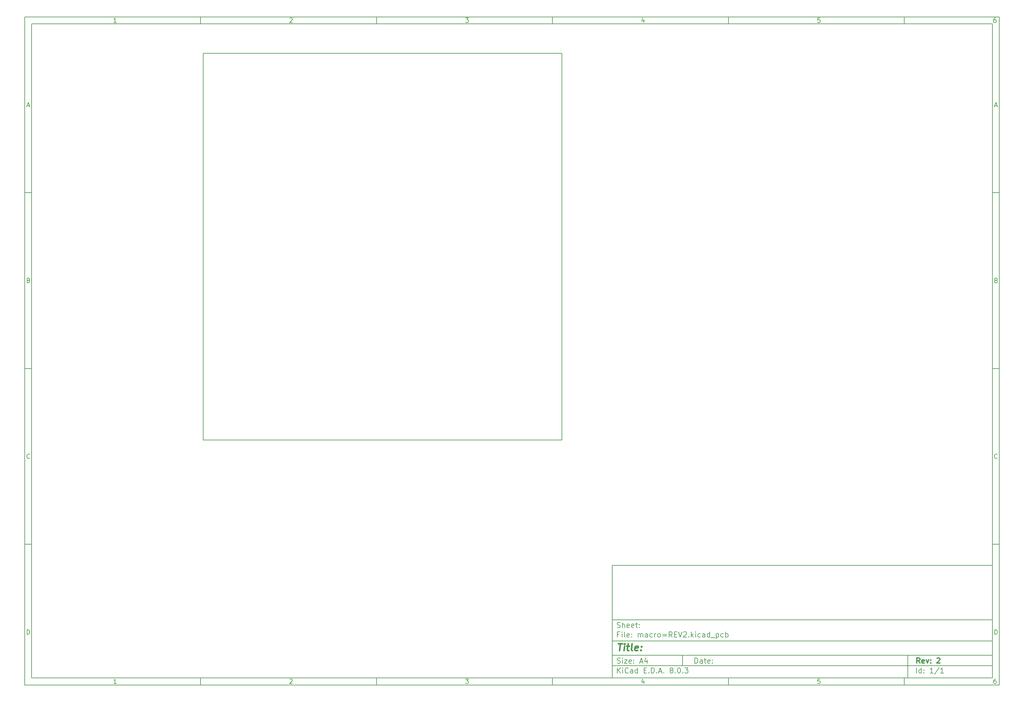
<source format=gbr>
%TF.GenerationSoftware,KiCad,Pcbnew,8.0.3*%
%TF.CreationDate,2024-06-18T21:33:20+02:00*%
%TF.ProjectId,macro=REV2,6d616372-6f3d-4524-9556-322e6b696361,2*%
%TF.SameCoordinates,Original*%
%TF.FileFunction,Profile,NP*%
%FSLAX46Y46*%
G04 Gerber Fmt 4.6, Leading zero omitted, Abs format (unit mm)*
G04 Created by KiCad (PCBNEW 8.0.3) date 2024-06-18 21:33:20*
%MOMM*%
%LPD*%
G01*
G04 APERTURE LIST*
%ADD10C,0.100000*%
%ADD11C,0.150000*%
%ADD12C,0.300000*%
%ADD13C,0.400000*%
%TA.AperFunction,Profile*%
%ADD14C,0.200000*%
%TD*%
G04 APERTURE END LIST*
D10*
D11*
X177002200Y-166007200D02*
X285002200Y-166007200D01*
X285002200Y-198007200D01*
X177002200Y-198007200D01*
X177002200Y-166007200D01*
D10*
D11*
X10000000Y-10000000D02*
X287002200Y-10000000D01*
X287002200Y-200007200D01*
X10000000Y-200007200D01*
X10000000Y-10000000D01*
D10*
D11*
X12000000Y-12000000D02*
X285002200Y-12000000D01*
X285002200Y-198007200D01*
X12000000Y-198007200D01*
X12000000Y-12000000D01*
D10*
D11*
X60000000Y-12000000D02*
X60000000Y-10000000D01*
D10*
D11*
X110000000Y-12000000D02*
X110000000Y-10000000D01*
D10*
D11*
X160000000Y-12000000D02*
X160000000Y-10000000D01*
D10*
D11*
X210000000Y-12000000D02*
X210000000Y-10000000D01*
D10*
D11*
X260000000Y-12000000D02*
X260000000Y-10000000D01*
D10*
D11*
X36089160Y-11593604D02*
X35346303Y-11593604D01*
X35717731Y-11593604D02*
X35717731Y-10293604D01*
X35717731Y-10293604D02*
X35593922Y-10479319D01*
X35593922Y-10479319D02*
X35470112Y-10603128D01*
X35470112Y-10603128D02*
X35346303Y-10665033D01*
D10*
D11*
X85346303Y-10417414D02*
X85408207Y-10355509D01*
X85408207Y-10355509D02*
X85532017Y-10293604D01*
X85532017Y-10293604D02*
X85841541Y-10293604D01*
X85841541Y-10293604D02*
X85965350Y-10355509D01*
X85965350Y-10355509D02*
X86027255Y-10417414D01*
X86027255Y-10417414D02*
X86089160Y-10541223D01*
X86089160Y-10541223D02*
X86089160Y-10665033D01*
X86089160Y-10665033D02*
X86027255Y-10850747D01*
X86027255Y-10850747D02*
X85284398Y-11593604D01*
X85284398Y-11593604D02*
X86089160Y-11593604D01*
D10*
D11*
X135284398Y-10293604D02*
X136089160Y-10293604D01*
X136089160Y-10293604D02*
X135655826Y-10788842D01*
X135655826Y-10788842D02*
X135841541Y-10788842D01*
X135841541Y-10788842D02*
X135965350Y-10850747D01*
X135965350Y-10850747D02*
X136027255Y-10912652D01*
X136027255Y-10912652D02*
X136089160Y-11036461D01*
X136089160Y-11036461D02*
X136089160Y-11345985D01*
X136089160Y-11345985D02*
X136027255Y-11469795D01*
X136027255Y-11469795D02*
X135965350Y-11531700D01*
X135965350Y-11531700D02*
X135841541Y-11593604D01*
X135841541Y-11593604D02*
X135470112Y-11593604D01*
X135470112Y-11593604D02*
X135346303Y-11531700D01*
X135346303Y-11531700D02*
X135284398Y-11469795D01*
D10*
D11*
X185965350Y-10726938D02*
X185965350Y-11593604D01*
X185655826Y-10231700D02*
X185346303Y-11160271D01*
X185346303Y-11160271D02*
X186151064Y-11160271D01*
D10*
D11*
X236027255Y-10293604D02*
X235408207Y-10293604D01*
X235408207Y-10293604D02*
X235346303Y-10912652D01*
X235346303Y-10912652D02*
X235408207Y-10850747D01*
X235408207Y-10850747D02*
X235532017Y-10788842D01*
X235532017Y-10788842D02*
X235841541Y-10788842D01*
X235841541Y-10788842D02*
X235965350Y-10850747D01*
X235965350Y-10850747D02*
X236027255Y-10912652D01*
X236027255Y-10912652D02*
X236089160Y-11036461D01*
X236089160Y-11036461D02*
X236089160Y-11345985D01*
X236089160Y-11345985D02*
X236027255Y-11469795D01*
X236027255Y-11469795D02*
X235965350Y-11531700D01*
X235965350Y-11531700D02*
X235841541Y-11593604D01*
X235841541Y-11593604D02*
X235532017Y-11593604D01*
X235532017Y-11593604D02*
X235408207Y-11531700D01*
X235408207Y-11531700D02*
X235346303Y-11469795D01*
D10*
D11*
X285965350Y-10293604D02*
X285717731Y-10293604D01*
X285717731Y-10293604D02*
X285593922Y-10355509D01*
X285593922Y-10355509D02*
X285532017Y-10417414D01*
X285532017Y-10417414D02*
X285408207Y-10603128D01*
X285408207Y-10603128D02*
X285346303Y-10850747D01*
X285346303Y-10850747D02*
X285346303Y-11345985D01*
X285346303Y-11345985D02*
X285408207Y-11469795D01*
X285408207Y-11469795D02*
X285470112Y-11531700D01*
X285470112Y-11531700D02*
X285593922Y-11593604D01*
X285593922Y-11593604D02*
X285841541Y-11593604D01*
X285841541Y-11593604D02*
X285965350Y-11531700D01*
X285965350Y-11531700D02*
X286027255Y-11469795D01*
X286027255Y-11469795D02*
X286089160Y-11345985D01*
X286089160Y-11345985D02*
X286089160Y-11036461D01*
X286089160Y-11036461D02*
X286027255Y-10912652D01*
X286027255Y-10912652D02*
X285965350Y-10850747D01*
X285965350Y-10850747D02*
X285841541Y-10788842D01*
X285841541Y-10788842D02*
X285593922Y-10788842D01*
X285593922Y-10788842D02*
X285470112Y-10850747D01*
X285470112Y-10850747D02*
X285408207Y-10912652D01*
X285408207Y-10912652D02*
X285346303Y-11036461D01*
D10*
D11*
X60000000Y-198007200D02*
X60000000Y-200007200D01*
D10*
D11*
X110000000Y-198007200D02*
X110000000Y-200007200D01*
D10*
D11*
X160000000Y-198007200D02*
X160000000Y-200007200D01*
D10*
D11*
X210000000Y-198007200D02*
X210000000Y-200007200D01*
D10*
D11*
X260000000Y-198007200D02*
X260000000Y-200007200D01*
D10*
D11*
X36089160Y-199600804D02*
X35346303Y-199600804D01*
X35717731Y-199600804D02*
X35717731Y-198300804D01*
X35717731Y-198300804D02*
X35593922Y-198486519D01*
X35593922Y-198486519D02*
X35470112Y-198610328D01*
X35470112Y-198610328D02*
X35346303Y-198672233D01*
D10*
D11*
X85346303Y-198424614D02*
X85408207Y-198362709D01*
X85408207Y-198362709D02*
X85532017Y-198300804D01*
X85532017Y-198300804D02*
X85841541Y-198300804D01*
X85841541Y-198300804D02*
X85965350Y-198362709D01*
X85965350Y-198362709D02*
X86027255Y-198424614D01*
X86027255Y-198424614D02*
X86089160Y-198548423D01*
X86089160Y-198548423D02*
X86089160Y-198672233D01*
X86089160Y-198672233D02*
X86027255Y-198857947D01*
X86027255Y-198857947D02*
X85284398Y-199600804D01*
X85284398Y-199600804D02*
X86089160Y-199600804D01*
D10*
D11*
X135284398Y-198300804D02*
X136089160Y-198300804D01*
X136089160Y-198300804D02*
X135655826Y-198796042D01*
X135655826Y-198796042D02*
X135841541Y-198796042D01*
X135841541Y-198796042D02*
X135965350Y-198857947D01*
X135965350Y-198857947D02*
X136027255Y-198919852D01*
X136027255Y-198919852D02*
X136089160Y-199043661D01*
X136089160Y-199043661D02*
X136089160Y-199353185D01*
X136089160Y-199353185D02*
X136027255Y-199476995D01*
X136027255Y-199476995D02*
X135965350Y-199538900D01*
X135965350Y-199538900D02*
X135841541Y-199600804D01*
X135841541Y-199600804D02*
X135470112Y-199600804D01*
X135470112Y-199600804D02*
X135346303Y-199538900D01*
X135346303Y-199538900D02*
X135284398Y-199476995D01*
D10*
D11*
X185965350Y-198734138D02*
X185965350Y-199600804D01*
X185655826Y-198238900D02*
X185346303Y-199167471D01*
X185346303Y-199167471D02*
X186151064Y-199167471D01*
D10*
D11*
X236027255Y-198300804D02*
X235408207Y-198300804D01*
X235408207Y-198300804D02*
X235346303Y-198919852D01*
X235346303Y-198919852D02*
X235408207Y-198857947D01*
X235408207Y-198857947D02*
X235532017Y-198796042D01*
X235532017Y-198796042D02*
X235841541Y-198796042D01*
X235841541Y-198796042D02*
X235965350Y-198857947D01*
X235965350Y-198857947D02*
X236027255Y-198919852D01*
X236027255Y-198919852D02*
X236089160Y-199043661D01*
X236089160Y-199043661D02*
X236089160Y-199353185D01*
X236089160Y-199353185D02*
X236027255Y-199476995D01*
X236027255Y-199476995D02*
X235965350Y-199538900D01*
X235965350Y-199538900D02*
X235841541Y-199600804D01*
X235841541Y-199600804D02*
X235532017Y-199600804D01*
X235532017Y-199600804D02*
X235408207Y-199538900D01*
X235408207Y-199538900D02*
X235346303Y-199476995D01*
D10*
D11*
X285965350Y-198300804D02*
X285717731Y-198300804D01*
X285717731Y-198300804D02*
X285593922Y-198362709D01*
X285593922Y-198362709D02*
X285532017Y-198424614D01*
X285532017Y-198424614D02*
X285408207Y-198610328D01*
X285408207Y-198610328D02*
X285346303Y-198857947D01*
X285346303Y-198857947D02*
X285346303Y-199353185D01*
X285346303Y-199353185D02*
X285408207Y-199476995D01*
X285408207Y-199476995D02*
X285470112Y-199538900D01*
X285470112Y-199538900D02*
X285593922Y-199600804D01*
X285593922Y-199600804D02*
X285841541Y-199600804D01*
X285841541Y-199600804D02*
X285965350Y-199538900D01*
X285965350Y-199538900D02*
X286027255Y-199476995D01*
X286027255Y-199476995D02*
X286089160Y-199353185D01*
X286089160Y-199353185D02*
X286089160Y-199043661D01*
X286089160Y-199043661D02*
X286027255Y-198919852D01*
X286027255Y-198919852D02*
X285965350Y-198857947D01*
X285965350Y-198857947D02*
X285841541Y-198796042D01*
X285841541Y-198796042D02*
X285593922Y-198796042D01*
X285593922Y-198796042D02*
X285470112Y-198857947D01*
X285470112Y-198857947D02*
X285408207Y-198919852D01*
X285408207Y-198919852D02*
X285346303Y-199043661D01*
D10*
D11*
X10000000Y-60000000D02*
X12000000Y-60000000D01*
D10*
D11*
X10000000Y-110000000D02*
X12000000Y-110000000D01*
D10*
D11*
X10000000Y-160000000D02*
X12000000Y-160000000D01*
D10*
D11*
X10690476Y-35222176D02*
X11309523Y-35222176D01*
X10566666Y-35593604D02*
X10999999Y-34293604D01*
X10999999Y-34293604D02*
X11433333Y-35593604D01*
D10*
D11*
X11092857Y-84912652D02*
X11278571Y-84974557D01*
X11278571Y-84974557D02*
X11340476Y-85036461D01*
X11340476Y-85036461D02*
X11402380Y-85160271D01*
X11402380Y-85160271D02*
X11402380Y-85345985D01*
X11402380Y-85345985D02*
X11340476Y-85469795D01*
X11340476Y-85469795D02*
X11278571Y-85531700D01*
X11278571Y-85531700D02*
X11154761Y-85593604D01*
X11154761Y-85593604D02*
X10659523Y-85593604D01*
X10659523Y-85593604D02*
X10659523Y-84293604D01*
X10659523Y-84293604D02*
X11092857Y-84293604D01*
X11092857Y-84293604D02*
X11216666Y-84355509D01*
X11216666Y-84355509D02*
X11278571Y-84417414D01*
X11278571Y-84417414D02*
X11340476Y-84541223D01*
X11340476Y-84541223D02*
X11340476Y-84665033D01*
X11340476Y-84665033D02*
X11278571Y-84788842D01*
X11278571Y-84788842D02*
X11216666Y-84850747D01*
X11216666Y-84850747D02*
X11092857Y-84912652D01*
X11092857Y-84912652D02*
X10659523Y-84912652D01*
D10*
D11*
X11402380Y-135469795D02*
X11340476Y-135531700D01*
X11340476Y-135531700D02*
X11154761Y-135593604D01*
X11154761Y-135593604D02*
X11030952Y-135593604D01*
X11030952Y-135593604D02*
X10845238Y-135531700D01*
X10845238Y-135531700D02*
X10721428Y-135407890D01*
X10721428Y-135407890D02*
X10659523Y-135284080D01*
X10659523Y-135284080D02*
X10597619Y-135036461D01*
X10597619Y-135036461D02*
X10597619Y-134850747D01*
X10597619Y-134850747D02*
X10659523Y-134603128D01*
X10659523Y-134603128D02*
X10721428Y-134479319D01*
X10721428Y-134479319D02*
X10845238Y-134355509D01*
X10845238Y-134355509D02*
X11030952Y-134293604D01*
X11030952Y-134293604D02*
X11154761Y-134293604D01*
X11154761Y-134293604D02*
X11340476Y-134355509D01*
X11340476Y-134355509D02*
X11402380Y-134417414D01*
D10*
D11*
X10659523Y-185593604D02*
X10659523Y-184293604D01*
X10659523Y-184293604D02*
X10969047Y-184293604D01*
X10969047Y-184293604D02*
X11154761Y-184355509D01*
X11154761Y-184355509D02*
X11278571Y-184479319D01*
X11278571Y-184479319D02*
X11340476Y-184603128D01*
X11340476Y-184603128D02*
X11402380Y-184850747D01*
X11402380Y-184850747D02*
X11402380Y-185036461D01*
X11402380Y-185036461D02*
X11340476Y-185284080D01*
X11340476Y-185284080D02*
X11278571Y-185407890D01*
X11278571Y-185407890D02*
X11154761Y-185531700D01*
X11154761Y-185531700D02*
X10969047Y-185593604D01*
X10969047Y-185593604D02*
X10659523Y-185593604D01*
D10*
D11*
X287002200Y-60000000D02*
X285002200Y-60000000D01*
D10*
D11*
X287002200Y-110000000D02*
X285002200Y-110000000D01*
D10*
D11*
X287002200Y-160000000D02*
X285002200Y-160000000D01*
D10*
D11*
X285692676Y-35222176D02*
X286311723Y-35222176D01*
X285568866Y-35593604D02*
X286002199Y-34293604D01*
X286002199Y-34293604D02*
X286435533Y-35593604D01*
D10*
D11*
X286095057Y-84912652D02*
X286280771Y-84974557D01*
X286280771Y-84974557D02*
X286342676Y-85036461D01*
X286342676Y-85036461D02*
X286404580Y-85160271D01*
X286404580Y-85160271D02*
X286404580Y-85345985D01*
X286404580Y-85345985D02*
X286342676Y-85469795D01*
X286342676Y-85469795D02*
X286280771Y-85531700D01*
X286280771Y-85531700D02*
X286156961Y-85593604D01*
X286156961Y-85593604D02*
X285661723Y-85593604D01*
X285661723Y-85593604D02*
X285661723Y-84293604D01*
X285661723Y-84293604D02*
X286095057Y-84293604D01*
X286095057Y-84293604D02*
X286218866Y-84355509D01*
X286218866Y-84355509D02*
X286280771Y-84417414D01*
X286280771Y-84417414D02*
X286342676Y-84541223D01*
X286342676Y-84541223D02*
X286342676Y-84665033D01*
X286342676Y-84665033D02*
X286280771Y-84788842D01*
X286280771Y-84788842D02*
X286218866Y-84850747D01*
X286218866Y-84850747D02*
X286095057Y-84912652D01*
X286095057Y-84912652D02*
X285661723Y-84912652D01*
D10*
D11*
X286404580Y-135469795D02*
X286342676Y-135531700D01*
X286342676Y-135531700D02*
X286156961Y-135593604D01*
X286156961Y-135593604D02*
X286033152Y-135593604D01*
X286033152Y-135593604D02*
X285847438Y-135531700D01*
X285847438Y-135531700D02*
X285723628Y-135407890D01*
X285723628Y-135407890D02*
X285661723Y-135284080D01*
X285661723Y-135284080D02*
X285599819Y-135036461D01*
X285599819Y-135036461D02*
X285599819Y-134850747D01*
X285599819Y-134850747D02*
X285661723Y-134603128D01*
X285661723Y-134603128D02*
X285723628Y-134479319D01*
X285723628Y-134479319D02*
X285847438Y-134355509D01*
X285847438Y-134355509D02*
X286033152Y-134293604D01*
X286033152Y-134293604D02*
X286156961Y-134293604D01*
X286156961Y-134293604D02*
X286342676Y-134355509D01*
X286342676Y-134355509D02*
X286404580Y-134417414D01*
D10*
D11*
X285661723Y-185593604D02*
X285661723Y-184293604D01*
X285661723Y-184293604D02*
X285971247Y-184293604D01*
X285971247Y-184293604D02*
X286156961Y-184355509D01*
X286156961Y-184355509D02*
X286280771Y-184479319D01*
X286280771Y-184479319D02*
X286342676Y-184603128D01*
X286342676Y-184603128D02*
X286404580Y-184850747D01*
X286404580Y-184850747D02*
X286404580Y-185036461D01*
X286404580Y-185036461D02*
X286342676Y-185284080D01*
X286342676Y-185284080D02*
X286280771Y-185407890D01*
X286280771Y-185407890D02*
X286156961Y-185531700D01*
X286156961Y-185531700D02*
X285971247Y-185593604D01*
X285971247Y-185593604D02*
X285661723Y-185593604D01*
D10*
D11*
X200458026Y-193793328D02*
X200458026Y-192293328D01*
X200458026Y-192293328D02*
X200815169Y-192293328D01*
X200815169Y-192293328D02*
X201029455Y-192364757D01*
X201029455Y-192364757D02*
X201172312Y-192507614D01*
X201172312Y-192507614D02*
X201243741Y-192650471D01*
X201243741Y-192650471D02*
X201315169Y-192936185D01*
X201315169Y-192936185D02*
X201315169Y-193150471D01*
X201315169Y-193150471D02*
X201243741Y-193436185D01*
X201243741Y-193436185D02*
X201172312Y-193579042D01*
X201172312Y-193579042D02*
X201029455Y-193721900D01*
X201029455Y-193721900D02*
X200815169Y-193793328D01*
X200815169Y-193793328D02*
X200458026Y-193793328D01*
X202600884Y-193793328D02*
X202600884Y-193007614D01*
X202600884Y-193007614D02*
X202529455Y-192864757D01*
X202529455Y-192864757D02*
X202386598Y-192793328D01*
X202386598Y-192793328D02*
X202100884Y-192793328D01*
X202100884Y-192793328D02*
X201958026Y-192864757D01*
X202600884Y-193721900D02*
X202458026Y-193793328D01*
X202458026Y-193793328D02*
X202100884Y-193793328D01*
X202100884Y-193793328D02*
X201958026Y-193721900D01*
X201958026Y-193721900D02*
X201886598Y-193579042D01*
X201886598Y-193579042D02*
X201886598Y-193436185D01*
X201886598Y-193436185D02*
X201958026Y-193293328D01*
X201958026Y-193293328D02*
X202100884Y-193221900D01*
X202100884Y-193221900D02*
X202458026Y-193221900D01*
X202458026Y-193221900D02*
X202600884Y-193150471D01*
X203100884Y-192793328D02*
X203672312Y-192793328D01*
X203315169Y-192293328D02*
X203315169Y-193579042D01*
X203315169Y-193579042D02*
X203386598Y-193721900D01*
X203386598Y-193721900D02*
X203529455Y-193793328D01*
X203529455Y-193793328D02*
X203672312Y-193793328D01*
X204743741Y-193721900D02*
X204600884Y-193793328D01*
X204600884Y-193793328D02*
X204315170Y-193793328D01*
X204315170Y-193793328D02*
X204172312Y-193721900D01*
X204172312Y-193721900D02*
X204100884Y-193579042D01*
X204100884Y-193579042D02*
X204100884Y-193007614D01*
X204100884Y-193007614D02*
X204172312Y-192864757D01*
X204172312Y-192864757D02*
X204315170Y-192793328D01*
X204315170Y-192793328D02*
X204600884Y-192793328D01*
X204600884Y-192793328D02*
X204743741Y-192864757D01*
X204743741Y-192864757D02*
X204815170Y-193007614D01*
X204815170Y-193007614D02*
X204815170Y-193150471D01*
X204815170Y-193150471D02*
X204100884Y-193293328D01*
X205458026Y-193650471D02*
X205529455Y-193721900D01*
X205529455Y-193721900D02*
X205458026Y-193793328D01*
X205458026Y-193793328D02*
X205386598Y-193721900D01*
X205386598Y-193721900D02*
X205458026Y-193650471D01*
X205458026Y-193650471D02*
X205458026Y-193793328D01*
X205458026Y-192864757D02*
X205529455Y-192936185D01*
X205529455Y-192936185D02*
X205458026Y-193007614D01*
X205458026Y-193007614D02*
X205386598Y-192936185D01*
X205386598Y-192936185D02*
X205458026Y-192864757D01*
X205458026Y-192864757D02*
X205458026Y-193007614D01*
D10*
D11*
X177002200Y-194507200D02*
X285002200Y-194507200D01*
D10*
D11*
X178458026Y-196593328D02*
X178458026Y-195093328D01*
X179315169Y-196593328D02*
X178672312Y-195736185D01*
X179315169Y-195093328D02*
X178458026Y-195950471D01*
X179958026Y-196593328D02*
X179958026Y-195593328D01*
X179958026Y-195093328D02*
X179886598Y-195164757D01*
X179886598Y-195164757D02*
X179958026Y-195236185D01*
X179958026Y-195236185D02*
X180029455Y-195164757D01*
X180029455Y-195164757D02*
X179958026Y-195093328D01*
X179958026Y-195093328D02*
X179958026Y-195236185D01*
X181529455Y-196450471D02*
X181458027Y-196521900D01*
X181458027Y-196521900D02*
X181243741Y-196593328D01*
X181243741Y-196593328D02*
X181100884Y-196593328D01*
X181100884Y-196593328D02*
X180886598Y-196521900D01*
X180886598Y-196521900D02*
X180743741Y-196379042D01*
X180743741Y-196379042D02*
X180672312Y-196236185D01*
X180672312Y-196236185D02*
X180600884Y-195950471D01*
X180600884Y-195950471D02*
X180600884Y-195736185D01*
X180600884Y-195736185D02*
X180672312Y-195450471D01*
X180672312Y-195450471D02*
X180743741Y-195307614D01*
X180743741Y-195307614D02*
X180886598Y-195164757D01*
X180886598Y-195164757D02*
X181100884Y-195093328D01*
X181100884Y-195093328D02*
X181243741Y-195093328D01*
X181243741Y-195093328D02*
X181458027Y-195164757D01*
X181458027Y-195164757D02*
X181529455Y-195236185D01*
X182815170Y-196593328D02*
X182815170Y-195807614D01*
X182815170Y-195807614D02*
X182743741Y-195664757D01*
X182743741Y-195664757D02*
X182600884Y-195593328D01*
X182600884Y-195593328D02*
X182315170Y-195593328D01*
X182315170Y-195593328D02*
X182172312Y-195664757D01*
X182815170Y-196521900D02*
X182672312Y-196593328D01*
X182672312Y-196593328D02*
X182315170Y-196593328D01*
X182315170Y-196593328D02*
X182172312Y-196521900D01*
X182172312Y-196521900D02*
X182100884Y-196379042D01*
X182100884Y-196379042D02*
X182100884Y-196236185D01*
X182100884Y-196236185D02*
X182172312Y-196093328D01*
X182172312Y-196093328D02*
X182315170Y-196021900D01*
X182315170Y-196021900D02*
X182672312Y-196021900D01*
X182672312Y-196021900D02*
X182815170Y-195950471D01*
X184172313Y-196593328D02*
X184172313Y-195093328D01*
X184172313Y-196521900D02*
X184029455Y-196593328D01*
X184029455Y-196593328D02*
X183743741Y-196593328D01*
X183743741Y-196593328D02*
X183600884Y-196521900D01*
X183600884Y-196521900D02*
X183529455Y-196450471D01*
X183529455Y-196450471D02*
X183458027Y-196307614D01*
X183458027Y-196307614D02*
X183458027Y-195879042D01*
X183458027Y-195879042D02*
X183529455Y-195736185D01*
X183529455Y-195736185D02*
X183600884Y-195664757D01*
X183600884Y-195664757D02*
X183743741Y-195593328D01*
X183743741Y-195593328D02*
X184029455Y-195593328D01*
X184029455Y-195593328D02*
X184172313Y-195664757D01*
X186029455Y-195807614D02*
X186529455Y-195807614D01*
X186743741Y-196593328D02*
X186029455Y-196593328D01*
X186029455Y-196593328D02*
X186029455Y-195093328D01*
X186029455Y-195093328D02*
X186743741Y-195093328D01*
X187386598Y-196450471D02*
X187458027Y-196521900D01*
X187458027Y-196521900D02*
X187386598Y-196593328D01*
X187386598Y-196593328D02*
X187315170Y-196521900D01*
X187315170Y-196521900D02*
X187386598Y-196450471D01*
X187386598Y-196450471D02*
X187386598Y-196593328D01*
X188100884Y-196593328D02*
X188100884Y-195093328D01*
X188100884Y-195093328D02*
X188458027Y-195093328D01*
X188458027Y-195093328D02*
X188672313Y-195164757D01*
X188672313Y-195164757D02*
X188815170Y-195307614D01*
X188815170Y-195307614D02*
X188886599Y-195450471D01*
X188886599Y-195450471D02*
X188958027Y-195736185D01*
X188958027Y-195736185D02*
X188958027Y-195950471D01*
X188958027Y-195950471D02*
X188886599Y-196236185D01*
X188886599Y-196236185D02*
X188815170Y-196379042D01*
X188815170Y-196379042D02*
X188672313Y-196521900D01*
X188672313Y-196521900D02*
X188458027Y-196593328D01*
X188458027Y-196593328D02*
X188100884Y-196593328D01*
X189600884Y-196450471D02*
X189672313Y-196521900D01*
X189672313Y-196521900D02*
X189600884Y-196593328D01*
X189600884Y-196593328D02*
X189529456Y-196521900D01*
X189529456Y-196521900D02*
X189600884Y-196450471D01*
X189600884Y-196450471D02*
X189600884Y-196593328D01*
X190243742Y-196164757D02*
X190958028Y-196164757D01*
X190100885Y-196593328D02*
X190600885Y-195093328D01*
X190600885Y-195093328D02*
X191100885Y-196593328D01*
X191600884Y-196450471D02*
X191672313Y-196521900D01*
X191672313Y-196521900D02*
X191600884Y-196593328D01*
X191600884Y-196593328D02*
X191529456Y-196521900D01*
X191529456Y-196521900D02*
X191600884Y-196450471D01*
X191600884Y-196450471D02*
X191600884Y-196593328D01*
X193672313Y-195736185D02*
X193529456Y-195664757D01*
X193529456Y-195664757D02*
X193458027Y-195593328D01*
X193458027Y-195593328D02*
X193386599Y-195450471D01*
X193386599Y-195450471D02*
X193386599Y-195379042D01*
X193386599Y-195379042D02*
X193458027Y-195236185D01*
X193458027Y-195236185D02*
X193529456Y-195164757D01*
X193529456Y-195164757D02*
X193672313Y-195093328D01*
X193672313Y-195093328D02*
X193958027Y-195093328D01*
X193958027Y-195093328D02*
X194100885Y-195164757D01*
X194100885Y-195164757D02*
X194172313Y-195236185D01*
X194172313Y-195236185D02*
X194243742Y-195379042D01*
X194243742Y-195379042D02*
X194243742Y-195450471D01*
X194243742Y-195450471D02*
X194172313Y-195593328D01*
X194172313Y-195593328D02*
X194100885Y-195664757D01*
X194100885Y-195664757D02*
X193958027Y-195736185D01*
X193958027Y-195736185D02*
X193672313Y-195736185D01*
X193672313Y-195736185D02*
X193529456Y-195807614D01*
X193529456Y-195807614D02*
X193458027Y-195879042D01*
X193458027Y-195879042D02*
X193386599Y-196021900D01*
X193386599Y-196021900D02*
X193386599Y-196307614D01*
X193386599Y-196307614D02*
X193458027Y-196450471D01*
X193458027Y-196450471D02*
X193529456Y-196521900D01*
X193529456Y-196521900D02*
X193672313Y-196593328D01*
X193672313Y-196593328D02*
X193958027Y-196593328D01*
X193958027Y-196593328D02*
X194100885Y-196521900D01*
X194100885Y-196521900D02*
X194172313Y-196450471D01*
X194172313Y-196450471D02*
X194243742Y-196307614D01*
X194243742Y-196307614D02*
X194243742Y-196021900D01*
X194243742Y-196021900D02*
X194172313Y-195879042D01*
X194172313Y-195879042D02*
X194100885Y-195807614D01*
X194100885Y-195807614D02*
X193958027Y-195736185D01*
X194886598Y-196450471D02*
X194958027Y-196521900D01*
X194958027Y-196521900D02*
X194886598Y-196593328D01*
X194886598Y-196593328D02*
X194815170Y-196521900D01*
X194815170Y-196521900D02*
X194886598Y-196450471D01*
X194886598Y-196450471D02*
X194886598Y-196593328D01*
X195886599Y-195093328D02*
X196029456Y-195093328D01*
X196029456Y-195093328D02*
X196172313Y-195164757D01*
X196172313Y-195164757D02*
X196243742Y-195236185D01*
X196243742Y-195236185D02*
X196315170Y-195379042D01*
X196315170Y-195379042D02*
X196386599Y-195664757D01*
X196386599Y-195664757D02*
X196386599Y-196021900D01*
X196386599Y-196021900D02*
X196315170Y-196307614D01*
X196315170Y-196307614D02*
X196243742Y-196450471D01*
X196243742Y-196450471D02*
X196172313Y-196521900D01*
X196172313Y-196521900D02*
X196029456Y-196593328D01*
X196029456Y-196593328D02*
X195886599Y-196593328D01*
X195886599Y-196593328D02*
X195743742Y-196521900D01*
X195743742Y-196521900D02*
X195672313Y-196450471D01*
X195672313Y-196450471D02*
X195600884Y-196307614D01*
X195600884Y-196307614D02*
X195529456Y-196021900D01*
X195529456Y-196021900D02*
X195529456Y-195664757D01*
X195529456Y-195664757D02*
X195600884Y-195379042D01*
X195600884Y-195379042D02*
X195672313Y-195236185D01*
X195672313Y-195236185D02*
X195743742Y-195164757D01*
X195743742Y-195164757D02*
X195886599Y-195093328D01*
X197029455Y-196450471D02*
X197100884Y-196521900D01*
X197100884Y-196521900D02*
X197029455Y-196593328D01*
X197029455Y-196593328D02*
X196958027Y-196521900D01*
X196958027Y-196521900D02*
X197029455Y-196450471D01*
X197029455Y-196450471D02*
X197029455Y-196593328D01*
X197600884Y-195093328D02*
X198529456Y-195093328D01*
X198529456Y-195093328D02*
X198029456Y-195664757D01*
X198029456Y-195664757D02*
X198243741Y-195664757D01*
X198243741Y-195664757D02*
X198386599Y-195736185D01*
X198386599Y-195736185D02*
X198458027Y-195807614D01*
X198458027Y-195807614D02*
X198529456Y-195950471D01*
X198529456Y-195950471D02*
X198529456Y-196307614D01*
X198529456Y-196307614D02*
X198458027Y-196450471D01*
X198458027Y-196450471D02*
X198386599Y-196521900D01*
X198386599Y-196521900D02*
X198243741Y-196593328D01*
X198243741Y-196593328D02*
X197815170Y-196593328D01*
X197815170Y-196593328D02*
X197672313Y-196521900D01*
X197672313Y-196521900D02*
X197600884Y-196450471D01*
D10*
D11*
X177002200Y-191507200D02*
X285002200Y-191507200D01*
D10*
D12*
X264413853Y-193785528D02*
X263913853Y-193071242D01*
X263556710Y-193785528D02*
X263556710Y-192285528D01*
X263556710Y-192285528D02*
X264128139Y-192285528D01*
X264128139Y-192285528D02*
X264270996Y-192356957D01*
X264270996Y-192356957D02*
X264342425Y-192428385D01*
X264342425Y-192428385D02*
X264413853Y-192571242D01*
X264413853Y-192571242D02*
X264413853Y-192785528D01*
X264413853Y-192785528D02*
X264342425Y-192928385D01*
X264342425Y-192928385D02*
X264270996Y-192999814D01*
X264270996Y-192999814D02*
X264128139Y-193071242D01*
X264128139Y-193071242D02*
X263556710Y-193071242D01*
X265628139Y-193714100D02*
X265485282Y-193785528D01*
X265485282Y-193785528D02*
X265199568Y-193785528D01*
X265199568Y-193785528D02*
X265056710Y-193714100D01*
X265056710Y-193714100D02*
X264985282Y-193571242D01*
X264985282Y-193571242D02*
X264985282Y-192999814D01*
X264985282Y-192999814D02*
X265056710Y-192856957D01*
X265056710Y-192856957D02*
X265199568Y-192785528D01*
X265199568Y-192785528D02*
X265485282Y-192785528D01*
X265485282Y-192785528D02*
X265628139Y-192856957D01*
X265628139Y-192856957D02*
X265699568Y-192999814D01*
X265699568Y-192999814D02*
X265699568Y-193142671D01*
X265699568Y-193142671D02*
X264985282Y-193285528D01*
X266199567Y-192785528D02*
X266556710Y-193785528D01*
X266556710Y-193785528D02*
X266913853Y-192785528D01*
X267485281Y-193642671D02*
X267556710Y-193714100D01*
X267556710Y-193714100D02*
X267485281Y-193785528D01*
X267485281Y-193785528D02*
X267413853Y-193714100D01*
X267413853Y-193714100D02*
X267485281Y-193642671D01*
X267485281Y-193642671D02*
X267485281Y-193785528D01*
X267485281Y-192856957D02*
X267556710Y-192928385D01*
X267556710Y-192928385D02*
X267485281Y-192999814D01*
X267485281Y-192999814D02*
X267413853Y-192928385D01*
X267413853Y-192928385D02*
X267485281Y-192856957D01*
X267485281Y-192856957D02*
X267485281Y-192999814D01*
X269270996Y-192428385D02*
X269342424Y-192356957D01*
X269342424Y-192356957D02*
X269485282Y-192285528D01*
X269485282Y-192285528D02*
X269842424Y-192285528D01*
X269842424Y-192285528D02*
X269985282Y-192356957D01*
X269985282Y-192356957D02*
X270056710Y-192428385D01*
X270056710Y-192428385D02*
X270128139Y-192571242D01*
X270128139Y-192571242D02*
X270128139Y-192714100D01*
X270128139Y-192714100D02*
X270056710Y-192928385D01*
X270056710Y-192928385D02*
X269199567Y-193785528D01*
X269199567Y-193785528D02*
X270128139Y-193785528D01*
D10*
D11*
X178386598Y-193721900D02*
X178600884Y-193793328D01*
X178600884Y-193793328D02*
X178958026Y-193793328D01*
X178958026Y-193793328D02*
X179100884Y-193721900D01*
X179100884Y-193721900D02*
X179172312Y-193650471D01*
X179172312Y-193650471D02*
X179243741Y-193507614D01*
X179243741Y-193507614D02*
X179243741Y-193364757D01*
X179243741Y-193364757D02*
X179172312Y-193221900D01*
X179172312Y-193221900D02*
X179100884Y-193150471D01*
X179100884Y-193150471D02*
X178958026Y-193079042D01*
X178958026Y-193079042D02*
X178672312Y-193007614D01*
X178672312Y-193007614D02*
X178529455Y-192936185D01*
X178529455Y-192936185D02*
X178458026Y-192864757D01*
X178458026Y-192864757D02*
X178386598Y-192721900D01*
X178386598Y-192721900D02*
X178386598Y-192579042D01*
X178386598Y-192579042D02*
X178458026Y-192436185D01*
X178458026Y-192436185D02*
X178529455Y-192364757D01*
X178529455Y-192364757D02*
X178672312Y-192293328D01*
X178672312Y-192293328D02*
X179029455Y-192293328D01*
X179029455Y-192293328D02*
X179243741Y-192364757D01*
X179886597Y-193793328D02*
X179886597Y-192793328D01*
X179886597Y-192293328D02*
X179815169Y-192364757D01*
X179815169Y-192364757D02*
X179886597Y-192436185D01*
X179886597Y-192436185D02*
X179958026Y-192364757D01*
X179958026Y-192364757D02*
X179886597Y-192293328D01*
X179886597Y-192293328D02*
X179886597Y-192436185D01*
X180458026Y-192793328D02*
X181243741Y-192793328D01*
X181243741Y-192793328D02*
X180458026Y-193793328D01*
X180458026Y-193793328D02*
X181243741Y-193793328D01*
X182386598Y-193721900D02*
X182243741Y-193793328D01*
X182243741Y-193793328D02*
X181958027Y-193793328D01*
X181958027Y-193793328D02*
X181815169Y-193721900D01*
X181815169Y-193721900D02*
X181743741Y-193579042D01*
X181743741Y-193579042D02*
X181743741Y-193007614D01*
X181743741Y-193007614D02*
X181815169Y-192864757D01*
X181815169Y-192864757D02*
X181958027Y-192793328D01*
X181958027Y-192793328D02*
X182243741Y-192793328D01*
X182243741Y-192793328D02*
X182386598Y-192864757D01*
X182386598Y-192864757D02*
X182458027Y-193007614D01*
X182458027Y-193007614D02*
X182458027Y-193150471D01*
X182458027Y-193150471D02*
X181743741Y-193293328D01*
X183100883Y-193650471D02*
X183172312Y-193721900D01*
X183172312Y-193721900D02*
X183100883Y-193793328D01*
X183100883Y-193793328D02*
X183029455Y-193721900D01*
X183029455Y-193721900D02*
X183100883Y-193650471D01*
X183100883Y-193650471D02*
X183100883Y-193793328D01*
X183100883Y-192864757D02*
X183172312Y-192936185D01*
X183172312Y-192936185D02*
X183100883Y-193007614D01*
X183100883Y-193007614D02*
X183029455Y-192936185D01*
X183029455Y-192936185D02*
X183100883Y-192864757D01*
X183100883Y-192864757D02*
X183100883Y-193007614D01*
X184886598Y-193364757D02*
X185600884Y-193364757D01*
X184743741Y-193793328D02*
X185243741Y-192293328D01*
X185243741Y-192293328D02*
X185743741Y-193793328D01*
X186886598Y-192793328D02*
X186886598Y-193793328D01*
X186529455Y-192221900D02*
X186172312Y-193293328D01*
X186172312Y-193293328D02*
X187100883Y-193293328D01*
D10*
D11*
X263458026Y-196593328D02*
X263458026Y-195093328D01*
X264815170Y-196593328D02*
X264815170Y-195093328D01*
X264815170Y-196521900D02*
X264672312Y-196593328D01*
X264672312Y-196593328D02*
X264386598Y-196593328D01*
X264386598Y-196593328D02*
X264243741Y-196521900D01*
X264243741Y-196521900D02*
X264172312Y-196450471D01*
X264172312Y-196450471D02*
X264100884Y-196307614D01*
X264100884Y-196307614D02*
X264100884Y-195879042D01*
X264100884Y-195879042D02*
X264172312Y-195736185D01*
X264172312Y-195736185D02*
X264243741Y-195664757D01*
X264243741Y-195664757D02*
X264386598Y-195593328D01*
X264386598Y-195593328D02*
X264672312Y-195593328D01*
X264672312Y-195593328D02*
X264815170Y-195664757D01*
X265529455Y-196450471D02*
X265600884Y-196521900D01*
X265600884Y-196521900D02*
X265529455Y-196593328D01*
X265529455Y-196593328D02*
X265458027Y-196521900D01*
X265458027Y-196521900D02*
X265529455Y-196450471D01*
X265529455Y-196450471D02*
X265529455Y-196593328D01*
X265529455Y-195664757D02*
X265600884Y-195736185D01*
X265600884Y-195736185D02*
X265529455Y-195807614D01*
X265529455Y-195807614D02*
X265458027Y-195736185D01*
X265458027Y-195736185D02*
X265529455Y-195664757D01*
X265529455Y-195664757D02*
X265529455Y-195807614D01*
X268172313Y-196593328D02*
X267315170Y-196593328D01*
X267743741Y-196593328D02*
X267743741Y-195093328D01*
X267743741Y-195093328D02*
X267600884Y-195307614D01*
X267600884Y-195307614D02*
X267458027Y-195450471D01*
X267458027Y-195450471D02*
X267315170Y-195521900D01*
X269886598Y-195021900D02*
X268600884Y-196950471D01*
X271172313Y-196593328D02*
X270315170Y-196593328D01*
X270743741Y-196593328D02*
X270743741Y-195093328D01*
X270743741Y-195093328D02*
X270600884Y-195307614D01*
X270600884Y-195307614D02*
X270458027Y-195450471D01*
X270458027Y-195450471D02*
X270315170Y-195521900D01*
D10*
D11*
X177002200Y-187507200D02*
X285002200Y-187507200D01*
D10*
D13*
X178693928Y-188211638D02*
X179836785Y-188211638D01*
X179015357Y-190211638D02*
X179265357Y-188211638D01*
X180253452Y-190211638D02*
X180420119Y-188878304D01*
X180503452Y-188211638D02*
X180396309Y-188306876D01*
X180396309Y-188306876D02*
X180479643Y-188402114D01*
X180479643Y-188402114D02*
X180586786Y-188306876D01*
X180586786Y-188306876D02*
X180503452Y-188211638D01*
X180503452Y-188211638D02*
X180479643Y-188402114D01*
X181086786Y-188878304D02*
X181848690Y-188878304D01*
X181455833Y-188211638D02*
X181241548Y-189925923D01*
X181241548Y-189925923D02*
X181312976Y-190116400D01*
X181312976Y-190116400D02*
X181491548Y-190211638D01*
X181491548Y-190211638D02*
X181682024Y-190211638D01*
X182634405Y-190211638D02*
X182455833Y-190116400D01*
X182455833Y-190116400D02*
X182384405Y-189925923D01*
X182384405Y-189925923D02*
X182598690Y-188211638D01*
X184170119Y-190116400D02*
X183967738Y-190211638D01*
X183967738Y-190211638D02*
X183586785Y-190211638D01*
X183586785Y-190211638D02*
X183408214Y-190116400D01*
X183408214Y-190116400D02*
X183336785Y-189925923D01*
X183336785Y-189925923D02*
X183432024Y-189164019D01*
X183432024Y-189164019D02*
X183551071Y-188973542D01*
X183551071Y-188973542D02*
X183753452Y-188878304D01*
X183753452Y-188878304D02*
X184134404Y-188878304D01*
X184134404Y-188878304D02*
X184312976Y-188973542D01*
X184312976Y-188973542D02*
X184384404Y-189164019D01*
X184384404Y-189164019D02*
X184360595Y-189354495D01*
X184360595Y-189354495D02*
X183384404Y-189544971D01*
X185134405Y-190021161D02*
X185217738Y-190116400D01*
X185217738Y-190116400D02*
X185110595Y-190211638D01*
X185110595Y-190211638D02*
X185027262Y-190116400D01*
X185027262Y-190116400D02*
X185134405Y-190021161D01*
X185134405Y-190021161D02*
X185110595Y-190211638D01*
X185265357Y-188973542D02*
X185348690Y-189068780D01*
X185348690Y-189068780D02*
X185241548Y-189164019D01*
X185241548Y-189164019D02*
X185158214Y-189068780D01*
X185158214Y-189068780D02*
X185265357Y-188973542D01*
X185265357Y-188973542D02*
X185241548Y-189164019D01*
D10*
D11*
X178958026Y-185607614D02*
X178458026Y-185607614D01*
X178458026Y-186393328D02*
X178458026Y-184893328D01*
X178458026Y-184893328D02*
X179172312Y-184893328D01*
X179743740Y-186393328D02*
X179743740Y-185393328D01*
X179743740Y-184893328D02*
X179672312Y-184964757D01*
X179672312Y-184964757D02*
X179743740Y-185036185D01*
X179743740Y-185036185D02*
X179815169Y-184964757D01*
X179815169Y-184964757D02*
X179743740Y-184893328D01*
X179743740Y-184893328D02*
X179743740Y-185036185D01*
X180672312Y-186393328D02*
X180529455Y-186321900D01*
X180529455Y-186321900D02*
X180458026Y-186179042D01*
X180458026Y-186179042D02*
X180458026Y-184893328D01*
X181815169Y-186321900D02*
X181672312Y-186393328D01*
X181672312Y-186393328D02*
X181386598Y-186393328D01*
X181386598Y-186393328D02*
X181243740Y-186321900D01*
X181243740Y-186321900D02*
X181172312Y-186179042D01*
X181172312Y-186179042D02*
X181172312Y-185607614D01*
X181172312Y-185607614D02*
X181243740Y-185464757D01*
X181243740Y-185464757D02*
X181386598Y-185393328D01*
X181386598Y-185393328D02*
X181672312Y-185393328D01*
X181672312Y-185393328D02*
X181815169Y-185464757D01*
X181815169Y-185464757D02*
X181886598Y-185607614D01*
X181886598Y-185607614D02*
X181886598Y-185750471D01*
X181886598Y-185750471D02*
X181172312Y-185893328D01*
X182529454Y-186250471D02*
X182600883Y-186321900D01*
X182600883Y-186321900D02*
X182529454Y-186393328D01*
X182529454Y-186393328D02*
X182458026Y-186321900D01*
X182458026Y-186321900D02*
X182529454Y-186250471D01*
X182529454Y-186250471D02*
X182529454Y-186393328D01*
X182529454Y-185464757D02*
X182600883Y-185536185D01*
X182600883Y-185536185D02*
X182529454Y-185607614D01*
X182529454Y-185607614D02*
X182458026Y-185536185D01*
X182458026Y-185536185D02*
X182529454Y-185464757D01*
X182529454Y-185464757D02*
X182529454Y-185607614D01*
X184386597Y-186393328D02*
X184386597Y-185393328D01*
X184386597Y-185536185D02*
X184458026Y-185464757D01*
X184458026Y-185464757D02*
X184600883Y-185393328D01*
X184600883Y-185393328D02*
X184815169Y-185393328D01*
X184815169Y-185393328D02*
X184958026Y-185464757D01*
X184958026Y-185464757D02*
X185029455Y-185607614D01*
X185029455Y-185607614D02*
X185029455Y-186393328D01*
X185029455Y-185607614D02*
X185100883Y-185464757D01*
X185100883Y-185464757D02*
X185243740Y-185393328D01*
X185243740Y-185393328D02*
X185458026Y-185393328D01*
X185458026Y-185393328D02*
X185600883Y-185464757D01*
X185600883Y-185464757D02*
X185672312Y-185607614D01*
X185672312Y-185607614D02*
X185672312Y-186393328D01*
X187029455Y-186393328D02*
X187029455Y-185607614D01*
X187029455Y-185607614D02*
X186958026Y-185464757D01*
X186958026Y-185464757D02*
X186815169Y-185393328D01*
X186815169Y-185393328D02*
X186529455Y-185393328D01*
X186529455Y-185393328D02*
X186386597Y-185464757D01*
X187029455Y-186321900D02*
X186886597Y-186393328D01*
X186886597Y-186393328D02*
X186529455Y-186393328D01*
X186529455Y-186393328D02*
X186386597Y-186321900D01*
X186386597Y-186321900D02*
X186315169Y-186179042D01*
X186315169Y-186179042D02*
X186315169Y-186036185D01*
X186315169Y-186036185D02*
X186386597Y-185893328D01*
X186386597Y-185893328D02*
X186529455Y-185821900D01*
X186529455Y-185821900D02*
X186886597Y-185821900D01*
X186886597Y-185821900D02*
X187029455Y-185750471D01*
X188386598Y-186321900D02*
X188243740Y-186393328D01*
X188243740Y-186393328D02*
X187958026Y-186393328D01*
X187958026Y-186393328D02*
X187815169Y-186321900D01*
X187815169Y-186321900D02*
X187743740Y-186250471D01*
X187743740Y-186250471D02*
X187672312Y-186107614D01*
X187672312Y-186107614D02*
X187672312Y-185679042D01*
X187672312Y-185679042D02*
X187743740Y-185536185D01*
X187743740Y-185536185D02*
X187815169Y-185464757D01*
X187815169Y-185464757D02*
X187958026Y-185393328D01*
X187958026Y-185393328D02*
X188243740Y-185393328D01*
X188243740Y-185393328D02*
X188386598Y-185464757D01*
X189029454Y-186393328D02*
X189029454Y-185393328D01*
X189029454Y-185679042D02*
X189100883Y-185536185D01*
X189100883Y-185536185D02*
X189172312Y-185464757D01*
X189172312Y-185464757D02*
X189315169Y-185393328D01*
X189315169Y-185393328D02*
X189458026Y-185393328D01*
X190172311Y-186393328D02*
X190029454Y-186321900D01*
X190029454Y-186321900D02*
X189958025Y-186250471D01*
X189958025Y-186250471D02*
X189886597Y-186107614D01*
X189886597Y-186107614D02*
X189886597Y-185679042D01*
X189886597Y-185679042D02*
X189958025Y-185536185D01*
X189958025Y-185536185D02*
X190029454Y-185464757D01*
X190029454Y-185464757D02*
X190172311Y-185393328D01*
X190172311Y-185393328D02*
X190386597Y-185393328D01*
X190386597Y-185393328D02*
X190529454Y-185464757D01*
X190529454Y-185464757D02*
X190600883Y-185536185D01*
X190600883Y-185536185D02*
X190672311Y-185679042D01*
X190672311Y-185679042D02*
X190672311Y-186107614D01*
X190672311Y-186107614D02*
X190600883Y-186250471D01*
X190600883Y-186250471D02*
X190529454Y-186321900D01*
X190529454Y-186321900D02*
X190386597Y-186393328D01*
X190386597Y-186393328D02*
X190172311Y-186393328D01*
X191315168Y-185607614D02*
X192458026Y-185607614D01*
X192458026Y-186036185D02*
X191315168Y-186036185D01*
X194029454Y-186393328D02*
X193529454Y-185679042D01*
X193172311Y-186393328D02*
X193172311Y-184893328D01*
X193172311Y-184893328D02*
X193743740Y-184893328D01*
X193743740Y-184893328D02*
X193886597Y-184964757D01*
X193886597Y-184964757D02*
X193958026Y-185036185D01*
X193958026Y-185036185D02*
X194029454Y-185179042D01*
X194029454Y-185179042D02*
X194029454Y-185393328D01*
X194029454Y-185393328D02*
X193958026Y-185536185D01*
X193958026Y-185536185D02*
X193886597Y-185607614D01*
X193886597Y-185607614D02*
X193743740Y-185679042D01*
X193743740Y-185679042D02*
X193172311Y-185679042D01*
X194672311Y-185607614D02*
X195172311Y-185607614D01*
X195386597Y-186393328D02*
X194672311Y-186393328D01*
X194672311Y-186393328D02*
X194672311Y-184893328D01*
X194672311Y-184893328D02*
X195386597Y-184893328D01*
X195815169Y-184893328D02*
X196315169Y-186393328D01*
X196315169Y-186393328D02*
X196815169Y-184893328D01*
X197243740Y-185036185D02*
X197315168Y-184964757D01*
X197315168Y-184964757D02*
X197458026Y-184893328D01*
X197458026Y-184893328D02*
X197815168Y-184893328D01*
X197815168Y-184893328D02*
X197958026Y-184964757D01*
X197958026Y-184964757D02*
X198029454Y-185036185D01*
X198029454Y-185036185D02*
X198100883Y-185179042D01*
X198100883Y-185179042D02*
X198100883Y-185321900D01*
X198100883Y-185321900D02*
X198029454Y-185536185D01*
X198029454Y-185536185D02*
X197172311Y-186393328D01*
X197172311Y-186393328D02*
X198100883Y-186393328D01*
X198743739Y-186250471D02*
X198815168Y-186321900D01*
X198815168Y-186321900D02*
X198743739Y-186393328D01*
X198743739Y-186393328D02*
X198672311Y-186321900D01*
X198672311Y-186321900D02*
X198743739Y-186250471D01*
X198743739Y-186250471D02*
X198743739Y-186393328D01*
X199458025Y-186393328D02*
X199458025Y-184893328D01*
X199600883Y-185821900D02*
X200029454Y-186393328D01*
X200029454Y-185393328D02*
X199458025Y-185964757D01*
X200672311Y-186393328D02*
X200672311Y-185393328D01*
X200672311Y-184893328D02*
X200600883Y-184964757D01*
X200600883Y-184964757D02*
X200672311Y-185036185D01*
X200672311Y-185036185D02*
X200743740Y-184964757D01*
X200743740Y-184964757D02*
X200672311Y-184893328D01*
X200672311Y-184893328D02*
X200672311Y-185036185D01*
X202029455Y-186321900D02*
X201886597Y-186393328D01*
X201886597Y-186393328D02*
X201600883Y-186393328D01*
X201600883Y-186393328D02*
X201458026Y-186321900D01*
X201458026Y-186321900D02*
X201386597Y-186250471D01*
X201386597Y-186250471D02*
X201315169Y-186107614D01*
X201315169Y-186107614D02*
X201315169Y-185679042D01*
X201315169Y-185679042D02*
X201386597Y-185536185D01*
X201386597Y-185536185D02*
X201458026Y-185464757D01*
X201458026Y-185464757D02*
X201600883Y-185393328D01*
X201600883Y-185393328D02*
X201886597Y-185393328D01*
X201886597Y-185393328D02*
X202029455Y-185464757D01*
X203315169Y-186393328D02*
X203315169Y-185607614D01*
X203315169Y-185607614D02*
X203243740Y-185464757D01*
X203243740Y-185464757D02*
X203100883Y-185393328D01*
X203100883Y-185393328D02*
X202815169Y-185393328D01*
X202815169Y-185393328D02*
X202672311Y-185464757D01*
X203315169Y-186321900D02*
X203172311Y-186393328D01*
X203172311Y-186393328D02*
X202815169Y-186393328D01*
X202815169Y-186393328D02*
X202672311Y-186321900D01*
X202672311Y-186321900D02*
X202600883Y-186179042D01*
X202600883Y-186179042D02*
X202600883Y-186036185D01*
X202600883Y-186036185D02*
X202672311Y-185893328D01*
X202672311Y-185893328D02*
X202815169Y-185821900D01*
X202815169Y-185821900D02*
X203172311Y-185821900D01*
X203172311Y-185821900D02*
X203315169Y-185750471D01*
X204672312Y-186393328D02*
X204672312Y-184893328D01*
X204672312Y-186321900D02*
X204529454Y-186393328D01*
X204529454Y-186393328D02*
X204243740Y-186393328D01*
X204243740Y-186393328D02*
X204100883Y-186321900D01*
X204100883Y-186321900D02*
X204029454Y-186250471D01*
X204029454Y-186250471D02*
X203958026Y-186107614D01*
X203958026Y-186107614D02*
X203958026Y-185679042D01*
X203958026Y-185679042D02*
X204029454Y-185536185D01*
X204029454Y-185536185D02*
X204100883Y-185464757D01*
X204100883Y-185464757D02*
X204243740Y-185393328D01*
X204243740Y-185393328D02*
X204529454Y-185393328D01*
X204529454Y-185393328D02*
X204672312Y-185464757D01*
X205029455Y-186536185D02*
X206172312Y-186536185D01*
X206529454Y-185393328D02*
X206529454Y-186893328D01*
X206529454Y-185464757D02*
X206672312Y-185393328D01*
X206672312Y-185393328D02*
X206958026Y-185393328D01*
X206958026Y-185393328D02*
X207100883Y-185464757D01*
X207100883Y-185464757D02*
X207172312Y-185536185D01*
X207172312Y-185536185D02*
X207243740Y-185679042D01*
X207243740Y-185679042D02*
X207243740Y-186107614D01*
X207243740Y-186107614D02*
X207172312Y-186250471D01*
X207172312Y-186250471D02*
X207100883Y-186321900D01*
X207100883Y-186321900D02*
X206958026Y-186393328D01*
X206958026Y-186393328D02*
X206672312Y-186393328D01*
X206672312Y-186393328D02*
X206529454Y-186321900D01*
X208529455Y-186321900D02*
X208386597Y-186393328D01*
X208386597Y-186393328D02*
X208100883Y-186393328D01*
X208100883Y-186393328D02*
X207958026Y-186321900D01*
X207958026Y-186321900D02*
X207886597Y-186250471D01*
X207886597Y-186250471D02*
X207815169Y-186107614D01*
X207815169Y-186107614D02*
X207815169Y-185679042D01*
X207815169Y-185679042D02*
X207886597Y-185536185D01*
X207886597Y-185536185D02*
X207958026Y-185464757D01*
X207958026Y-185464757D02*
X208100883Y-185393328D01*
X208100883Y-185393328D02*
X208386597Y-185393328D01*
X208386597Y-185393328D02*
X208529455Y-185464757D01*
X209172311Y-186393328D02*
X209172311Y-184893328D01*
X209172311Y-185464757D02*
X209315169Y-185393328D01*
X209315169Y-185393328D02*
X209600883Y-185393328D01*
X209600883Y-185393328D02*
X209743740Y-185464757D01*
X209743740Y-185464757D02*
X209815169Y-185536185D01*
X209815169Y-185536185D02*
X209886597Y-185679042D01*
X209886597Y-185679042D02*
X209886597Y-186107614D01*
X209886597Y-186107614D02*
X209815169Y-186250471D01*
X209815169Y-186250471D02*
X209743740Y-186321900D01*
X209743740Y-186321900D02*
X209600883Y-186393328D01*
X209600883Y-186393328D02*
X209315169Y-186393328D01*
X209315169Y-186393328D02*
X209172311Y-186321900D01*
D10*
D11*
X177002200Y-181507200D02*
X285002200Y-181507200D01*
D10*
D11*
X178386598Y-183621900D02*
X178600884Y-183693328D01*
X178600884Y-183693328D02*
X178958026Y-183693328D01*
X178958026Y-183693328D02*
X179100884Y-183621900D01*
X179100884Y-183621900D02*
X179172312Y-183550471D01*
X179172312Y-183550471D02*
X179243741Y-183407614D01*
X179243741Y-183407614D02*
X179243741Y-183264757D01*
X179243741Y-183264757D02*
X179172312Y-183121900D01*
X179172312Y-183121900D02*
X179100884Y-183050471D01*
X179100884Y-183050471D02*
X178958026Y-182979042D01*
X178958026Y-182979042D02*
X178672312Y-182907614D01*
X178672312Y-182907614D02*
X178529455Y-182836185D01*
X178529455Y-182836185D02*
X178458026Y-182764757D01*
X178458026Y-182764757D02*
X178386598Y-182621900D01*
X178386598Y-182621900D02*
X178386598Y-182479042D01*
X178386598Y-182479042D02*
X178458026Y-182336185D01*
X178458026Y-182336185D02*
X178529455Y-182264757D01*
X178529455Y-182264757D02*
X178672312Y-182193328D01*
X178672312Y-182193328D02*
X179029455Y-182193328D01*
X179029455Y-182193328D02*
X179243741Y-182264757D01*
X179886597Y-183693328D02*
X179886597Y-182193328D01*
X180529455Y-183693328D02*
X180529455Y-182907614D01*
X180529455Y-182907614D02*
X180458026Y-182764757D01*
X180458026Y-182764757D02*
X180315169Y-182693328D01*
X180315169Y-182693328D02*
X180100883Y-182693328D01*
X180100883Y-182693328D02*
X179958026Y-182764757D01*
X179958026Y-182764757D02*
X179886597Y-182836185D01*
X181815169Y-183621900D02*
X181672312Y-183693328D01*
X181672312Y-183693328D02*
X181386598Y-183693328D01*
X181386598Y-183693328D02*
X181243740Y-183621900D01*
X181243740Y-183621900D02*
X181172312Y-183479042D01*
X181172312Y-183479042D02*
X181172312Y-182907614D01*
X181172312Y-182907614D02*
X181243740Y-182764757D01*
X181243740Y-182764757D02*
X181386598Y-182693328D01*
X181386598Y-182693328D02*
X181672312Y-182693328D01*
X181672312Y-182693328D02*
X181815169Y-182764757D01*
X181815169Y-182764757D02*
X181886598Y-182907614D01*
X181886598Y-182907614D02*
X181886598Y-183050471D01*
X181886598Y-183050471D02*
X181172312Y-183193328D01*
X183100883Y-183621900D02*
X182958026Y-183693328D01*
X182958026Y-183693328D02*
X182672312Y-183693328D01*
X182672312Y-183693328D02*
X182529454Y-183621900D01*
X182529454Y-183621900D02*
X182458026Y-183479042D01*
X182458026Y-183479042D02*
X182458026Y-182907614D01*
X182458026Y-182907614D02*
X182529454Y-182764757D01*
X182529454Y-182764757D02*
X182672312Y-182693328D01*
X182672312Y-182693328D02*
X182958026Y-182693328D01*
X182958026Y-182693328D02*
X183100883Y-182764757D01*
X183100883Y-182764757D02*
X183172312Y-182907614D01*
X183172312Y-182907614D02*
X183172312Y-183050471D01*
X183172312Y-183050471D02*
X182458026Y-183193328D01*
X183600883Y-182693328D02*
X184172311Y-182693328D01*
X183815168Y-182193328D02*
X183815168Y-183479042D01*
X183815168Y-183479042D02*
X183886597Y-183621900D01*
X183886597Y-183621900D02*
X184029454Y-183693328D01*
X184029454Y-183693328D02*
X184172311Y-183693328D01*
X184672311Y-183550471D02*
X184743740Y-183621900D01*
X184743740Y-183621900D02*
X184672311Y-183693328D01*
X184672311Y-183693328D02*
X184600883Y-183621900D01*
X184600883Y-183621900D02*
X184672311Y-183550471D01*
X184672311Y-183550471D02*
X184672311Y-183693328D01*
X184672311Y-182764757D02*
X184743740Y-182836185D01*
X184743740Y-182836185D02*
X184672311Y-182907614D01*
X184672311Y-182907614D02*
X184600883Y-182836185D01*
X184600883Y-182836185D02*
X184672311Y-182764757D01*
X184672311Y-182764757D02*
X184672311Y-182907614D01*
D10*
D11*
X197002200Y-191507200D02*
X197002200Y-194507200D01*
D10*
D11*
X261002200Y-191507200D02*
X261002200Y-198007200D01*
D14*
X60706000Y-20320000D02*
X162706000Y-20320000D01*
X162706000Y-130320000D01*
X60706000Y-130320000D01*
X60706000Y-20320000D01*
M02*

</source>
